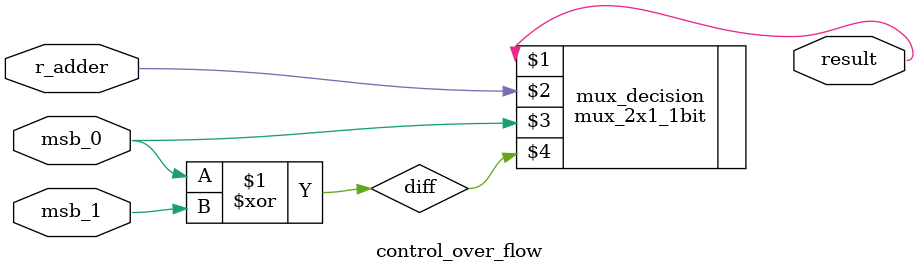
<source format=v>
module control_over_flow(
	
	output result,
	
	input r_adder, // less significant bit of substractor result 
	
	input msb_0, // most significant bit of input_1
	input msb_1  // most significant bot of input_2
	
);

	wire diff;

	xor diff_gate(diff, msb_0, msb_1);
	
	
	
	mux_2x1_1bit mux_decision(result,r_adder, msb_0 ,diff);



endmodule 
</source>
